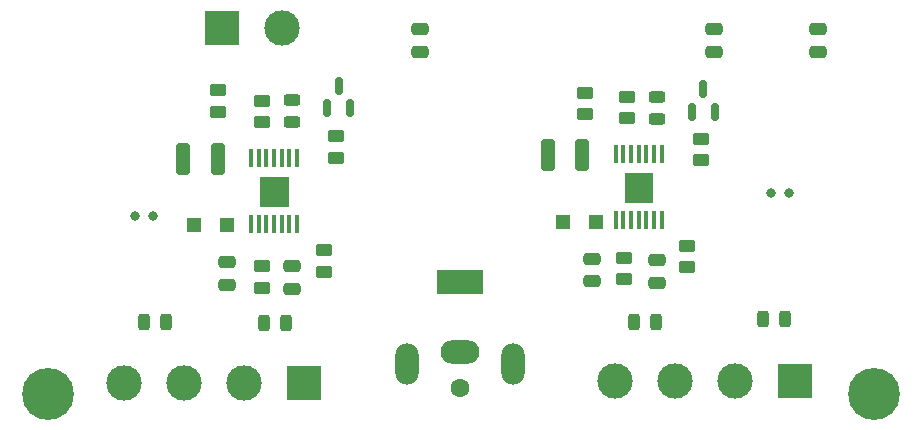
<source format=gbr>
%TF.GenerationSoftware,KiCad,Pcbnew,7.0.7*%
%TF.CreationDate,2024-03-31T21:55:30-04:00*%
%TF.ProjectId,4ch-driver-v0,3463682d-6472-4697-9665-722d76302e6b,rev?*%
%TF.SameCoordinates,Original*%
%TF.FileFunction,Soldermask,Bot*%
%TF.FilePolarity,Negative*%
%FSLAX46Y46*%
G04 Gerber Fmt 4.6, Leading zero omitted, Abs format (unit mm)*
G04 Created by KiCad (PCBNEW 7.0.7) date 2024-03-31 21:55:30*
%MOMM*%
%LPD*%
G01*
G04 APERTURE LIST*
G04 Aperture macros list*
%AMRoundRect*
0 Rectangle with rounded corners*
0 $1 Rounding radius*
0 $2 $3 $4 $5 $6 $7 $8 $9 X,Y pos of 4 corners*
0 Add a 4 corners polygon primitive as box body*
4,1,4,$2,$3,$4,$5,$6,$7,$8,$9,$2,$3,0*
0 Add four circle primitives for the rounded corners*
1,1,$1+$1,$2,$3*
1,1,$1+$1,$4,$5*
1,1,$1+$1,$6,$7*
1,1,$1+$1,$8,$9*
0 Add four rect primitives between the rounded corners*
20,1,$1+$1,$2,$3,$4,$5,0*
20,1,$1+$1,$4,$5,$6,$7,0*
20,1,$1+$1,$6,$7,$8,$9,0*
20,1,$1+$1,$8,$9,$2,$3,0*%
G04 Aperture macros list end*
%ADD10C,0.010000*%
%ADD11C,4.400000*%
%ADD12C,0.800000*%
%ADD13R,3.000000X3.000000*%
%ADD14C,3.000000*%
%ADD15RoundRect,0.250000X0.475000X-0.250000X0.475000X0.250000X-0.475000X0.250000X-0.475000X-0.250000X0*%
%ADD16RoundRect,0.250000X0.450000X-0.262500X0.450000X0.262500X-0.450000X0.262500X-0.450000X-0.262500X0*%
%ADD17C,1.600000*%
%ADD18R,4.000000X2.000000*%
%ADD19O,3.300000X2.000000*%
%ADD20O,2.000000X3.500000*%
%ADD21R,1.200000X1.200000*%
%ADD22RoundRect,0.150000X0.150000X-0.587500X0.150000X0.587500X-0.150000X0.587500X-0.150000X-0.587500X0*%
%ADD23RoundRect,0.243750X0.456250X-0.243750X0.456250X0.243750X-0.456250X0.243750X-0.456250X-0.243750X0*%
%ADD24R,0.300000X1.600000*%
%ADD25RoundRect,0.243750X0.243750X0.456250X-0.243750X0.456250X-0.243750X-0.456250X0.243750X-0.456250X0*%
%ADD26RoundRect,0.243750X-0.243750X-0.456250X0.243750X-0.456250X0.243750X0.456250X-0.243750X0.456250X0*%
%ADD27RoundRect,0.250000X0.325000X1.100000X-0.325000X1.100000X-0.325000X-1.100000X0.325000X-1.100000X0*%
%ADD28RoundRect,0.250000X-0.450000X0.262500X-0.450000X-0.262500X0.450000X-0.262500X0.450000X0.262500X0*%
G04 APERTURE END LIST*
%TO.C,U6*%
D10*
X160323000Y-101940000D02*
X158013000Y-101940000D01*
X158013000Y-99480000D01*
X160323000Y-99480000D01*
X160323000Y-101940000D01*
G36*
X160323000Y-101940000D02*
G01*
X158013000Y-101940000D01*
X158013000Y-99480000D01*
X160323000Y-99480000D01*
X160323000Y-101940000D01*
G37*
%TO.C,U1*%
X129445000Y-102250000D02*
X127135000Y-102250000D01*
X127135000Y-99790000D01*
X129445000Y-99790000D01*
X129445000Y-102250000D01*
G36*
X129445000Y-102250000D02*
G01*
X127135000Y-102250000D01*
X127135000Y-99790000D01*
X129445000Y-99790000D01*
X129445000Y-102250000D01*
G37*
%TD*%
D11*
%TO.C,H1*%
X179040000Y-118180000D03*
%TD*%
D12*
%TO.C,U3*%
X116550000Y-103130000D03*
X118050000Y-103130000D03*
%TD*%
%TO.C,U5*%
X170344000Y-101224000D03*
X171844000Y-101224000D03*
%TD*%
D11*
%TO.C,H2*%
X109140000Y-118180000D03*
%TD*%
D13*
%TO.C,J2*%
X172380000Y-117100000D03*
D14*
X167300000Y-117100000D03*
X162220000Y-117100000D03*
X157140000Y-117100000D03*
%TD*%
D15*
%TO.C,C3*%
X124310000Y-108940000D03*
X124310000Y-107040000D03*
%TD*%
D16*
%TO.C,R17*%
X164418000Y-98402500D03*
X164418000Y-96577500D03*
%TD*%
%TO.C,R19*%
X157898000Y-108486500D03*
X157898000Y-106661500D03*
%TD*%
D17*
%TO.C,J1*%
X144040000Y-117680000D03*
D18*
X144040000Y-108680000D03*
D19*
X144040000Y-114680000D03*
D20*
X148540000Y-115680000D03*
X139540000Y-115680000D03*
%TD*%
D21*
%TO.C,D10*%
X155525500Y-103610000D03*
X152725500Y-103610000D03*
%TD*%
D16*
%TO.C,R6*%
X127240000Y-109222500D03*
X127240000Y-107397500D03*
%TD*%
D22*
%TO.C,Q1*%
X134700000Y-93957500D03*
X132800000Y-93957500D03*
X133750000Y-92082500D03*
%TD*%
D15*
%TO.C,C18*%
X174330000Y-89210000D03*
X174330000Y-87310000D03*
%TD*%
D16*
%TO.C,R21*%
X154596000Y-94516500D03*
X154596000Y-92691500D03*
%TD*%
%TO.C,R1*%
X123550000Y-94302500D03*
X123550000Y-92477500D03*
%TD*%
D23*
%TO.C,D2*%
X129790000Y-95207500D03*
X129790000Y-93332500D03*
%TD*%
D16*
%TO.C,R3*%
X127290000Y-95182500D03*
X127290000Y-93357500D03*
%TD*%
D24*
%TO.C,U6*%
X161118000Y-103510000D03*
X160468000Y-103510000D03*
X159818000Y-103510000D03*
X159168000Y-103510000D03*
X158518000Y-103510000D03*
X157868000Y-103510000D03*
X157218000Y-103510000D03*
X157218000Y-97910000D03*
X157868000Y-97910000D03*
X158518000Y-97910000D03*
X159168000Y-97910000D03*
X159818000Y-97910000D03*
X160468000Y-97910000D03*
X161118000Y-97910000D03*
D12*
X159168000Y-101460000D03*
X159168000Y-99960000D03*
%TD*%
D15*
%TO.C,C10*%
X140626000Y-89220000D03*
X140626000Y-87320000D03*
%TD*%
D13*
%TO.C,J4*%
X123870000Y-87180000D03*
D14*
X128950000Y-87180000D03*
%TD*%
D15*
%TO.C,C2*%
X129800000Y-109300000D03*
X129800000Y-107400000D03*
%TD*%
D21*
%TO.C,D3*%
X124337500Y-103920000D03*
X121537500Y-103920000D03*
%TD*%
D25*
%TO.C,D1*%
X129317500Y-112180000D03*
X127442500Y-112180000D03*
%TD*%
D13*
%TO.C,J3*%
X130840000Y-117230000D03*
D14*
X125760000Y-117230000D03*
X120680000Y-117230000D03*
X115600000Y-117230000D03*
%TD*%
D24*
%TO.C,U1*%
X130240000Y-103820000D03*
X129590000Y-103820000D03*
X128940000Y-103820000D03*
X128290000Y-103820000D03*
X127640000Y-103820000D03*
X126990000Y-103820000D03*
X126340000Y-103820000D03*
X126340000Y-98220000D03*
X126990000Y-98220000D03*
X127640000Y-98220000D03*
X128290000Y-98220000D03*
X128940000Y-98220000D03*
X129590000Y-98220000D03*
X130240000Y-98220000D03*
D12*
X128290000Y-101770000D03*
X128290000Y-100270000D03*
%TD*%
D16*
%TO.C,R18*%
X163232000Y-107470500D03*
X163232000Y-105645500D03*
%TD*%
D26*
%TO.C,D11*%
X169660500Y-111892000D03*
X171535500Y-111892000D03*
%TD*%
D25*
%TO.C,D12*%
X160665500Y-112100000D03*
X158790500Y-112100000D03*
%TD*%
%TO.C,D4*%
X119157500Y-112130000D03*
X117282500Y-112130000D03*
%TD*%
D16*
%TO.C,R5*%
X132540000Y-107832500D03*
X132540000Y-106007500D03*
%TD*%
D15*
%TO.C,C15*%
X155188000Y-108630000D03*
X155188000Y-106730000D03*
%TD*%
D27*
%TO.C,C4*%
X123515000Y-98270000D03*
X120565000Y-98270000D03*
%TD*%
D15*
%TO.C,C17*%
X165518000Y-89220000D03*
X165518000Y-87320000D03*
%TD*%
D16*
%TO.C,R16*%
X158168000Y-94872500D03*
X158168000Y-93047500D03*
%TD*%
D15*
%TO.C,C14*%
X160668000Y-108778000D03*
X160668000Y-106878000D03*
%TD*%
D22*
%TO.C,Q4*%
X165578000Y-94287500D03*
X163678000Y-94287500D03*
X164628000Y-92412500D03*
%TD*%
D23*
%TO.C,D9*%
X160668000Y-94897500D03*
X160668000Y-93022500D03*
%TD*%
D27*
%TO.C,C16*%
X154393000Y-97960000D03*
X151443000Y-97960000D03*
%TD*%
D28*
%TO.C,R4*%
X133540000Y-96357500D03*
X133540000Y-98182500D03*
%TD*%
M02*

</source>
